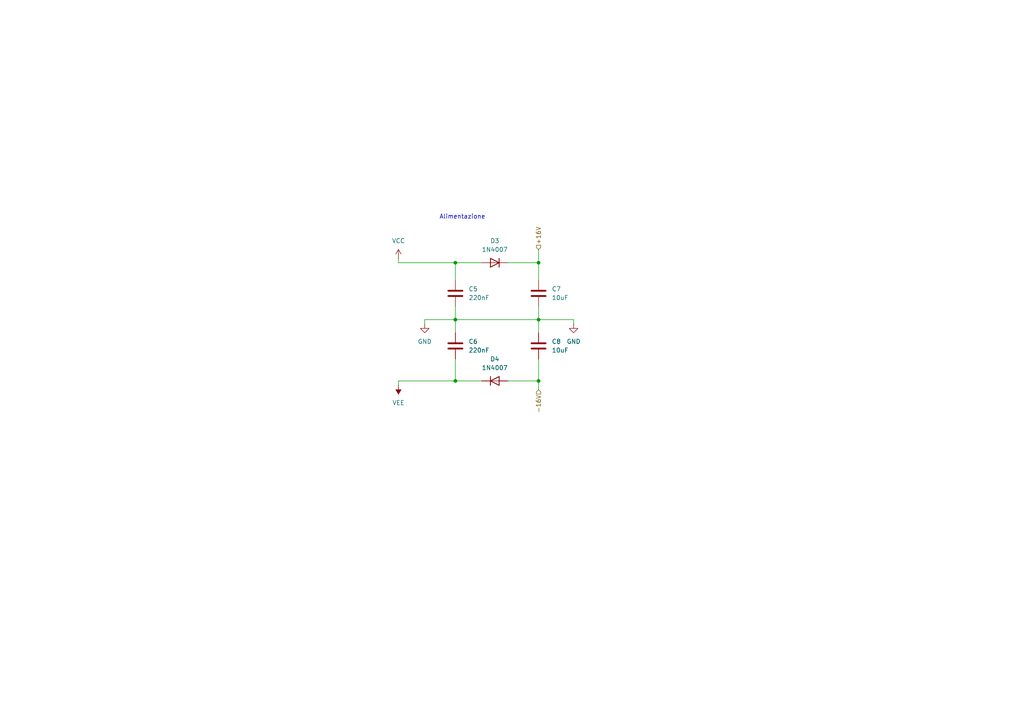
<source format=kicad_sch>
(kicad_sch (version 20231120) (generator "eeschema") (generator_version "8.0")
  (paper "A4")
  (lib_symbols
    (symbol "Device:C" (pin_numbers hide) (pin_names (offset 0.254))
      (property "Reference" "C" (at 0.635 2.54 0))
      (property "Value" "C" (at 0.635 -2.54 0))
      (symbol "C_0_1"
        (polyline (pts (xy -2.032 -0.762) (xy 2.032 -0.762)) (stroke (width 0.508)))
        (polyline (pts (xy -2.032 0.762) (xy 2.032 0.762)) (stroke (width 0.508)))
      )
      (symbol "C_1_1"
        (pin passive line (at 0 3.81 270) (length 2.794) (name "~") (number "1"))
        (pin passive line (at 0 -3.81 90) (length 2.794) (name "~") (number "2"))
      )
    )
    (symbol "Diode:1N4007" (pin_numbers hide) (pin_names hide)
      (property "Reference" "D" (at 0 2.54 0))
      (property "Value" "1N4007" (at 0 -2.54 0))
      (symbol "1N4007_0_1"
        (polyline (pts (xy -1.27 1.27) (xy -1.27 -1.27)) (stroke (width 0.254)))
        (polyline (pts (xy 1.27 0) (xy -1.27 0)))
        (polyline (pts (xy 1.27 1.27) (xy 1.27 -1.27) (xy -1.27 0) (xy 1.27 1.27)) (stroke (width 0.254)))
      )
      (symbol "1N4007_1_1"
        (pin passive line (at -3.81 0 0) (length 2.54) (name "K") (number "1"))
        (pin passive line (at 3.81 0 180) (length 2.54) (name "A") (number "2"))
      )
    )
    (symbol "power:GND" (power) (pin_numbers hide) (pin_names (offset 0) hide)
      (property "Value" "GND" (at 0 -3.81 0))
      (symbol "GND_0_1"
        (polyline (pts (xy 0 0) (xy 0 -1.27) (xy 1.27 -1.27) (xy 0 -2.54) (xy -1.27 -1.27) (xy 0 -1.27)))
      )
      (symbol "GND_1_1"
        (pin power_in line (at 0 0 270) (length 0) (name "~") (number "1"))
      )
    )
    (symbol "power:VCC" (power) (pin_numbers hide) (pin_names (offset 0) hide)
      (property "Value" "VCC" (at 0 3.556 0))
      (symbol "VCC_0_1"
        (polyline (pts (xy -0.762 1.27) (xy 0 2.54)))
        (polyline (pts (xy 0 0) (xy 0 2.54)))
        (polyline (pts (xy 0 2.54) (xy 0.762 1.27)))
      )
      (symbol "VCC_1_1"
        (pin power_in line (at 0 0 90) (length 0) (name "~") (number "1"))
      )
    )
    (symbol "power:VEE" (power) (pin_numbers hide) (pin_names (offset 0) hide)
      (property "Value" "VEE" (at 0 3.556 0))
      (symbol "VEE_0_1"
        (polyline (pts (xy 0 0) (xy 0 2.54)))
        (polyline (pts (xy 0.762 1.27) (xy -0.762 1.27) (xy 0 2.54) (xy 0.762 1.27)) (fill (type outline)))
      )
      (symbol "VEE_1_1"
        (pin power_in line (at 0 0 90) (length 0) (name "~") (number "1"))
      )
    )
  )
  (junction (at 156.21 92.71))
  (junction (at 156.21 110.49))
  (junction (at 132.08 110.49))
  (junction (at 132.08 92.71))
  (junction (at 132.08 76.2))
  (junction (at 156.21 76.2))
  (wire (pts (xy 115.57 74.93) (xy 115.57 76.2)))
  (wire (pts (xy 132.08 88.9) (xy 132.08 92.71)))
  (wire (pts (xy 156.21 72.39) (xy 156.21 76.2)))
  (wire (pts (xy 115.57 110.49) (xy 132.08 110.49)))
  (wire (pts (xy 123.19 93.98) (xy 123.19 92.71)))
  (wire (pts (xy 132.08 92.71) (xy 132.08 96.52)))
  (wire (pts (xy 156.21 104.14) (xy 156.21 110.49)))
  (wire (pts (xy 156.21 110.49) (xy 156.21 113.03)))
  (wire (pts (xy 156.21 110.49) (xy 147.32 110.49)))
  (wire (pts (xy 156.21 81.28) (xy 156.21 76.2)))
  (wire (pts (xy 132.08 104.14) (xy 132.08 110.49)))
  (wire (pts (xy 166.37 93.98) (xy 166.37 92.71)))
  (wire (pts (xy 132.08 110.49) (xy 139.7 110.49)))
  (wire (pts (xy 132.08 81.28) (xy 132.08 76.2)))
  (wire (pts (xy 132.08 76.2) (xy 139.7 76.2)))
  (wire (pts (xy 156.21 92.71) (xy 156.21 96.52)))
  (wire (pts (xy 156.21 88.9) (xy 156.21 92.71)))
  (wire (pts (xy 156.21 92.71) (xy 166.37 92.71)))
  (wire (pts (xy 115.57 76.2) (xy 132.08 76.2)))
  (wire (pts (xy 147.32 76.2) (xy 156.21 76.2)))
  (wire (pts (xy 123.19 92.71) (xy 132.08 92.71)))
  (wire (pts (xy 132.08 92.71) (xy 156.21 92.71)))
  (wire (pts (xy 115.57 111.76) (xy 115.57 110.49)))
  (text "Alimentazione" (at 134.112 62.992 0) (effects (font (size 1.27 1.27))))
  (hierarchical_label "-16V" (shape input) (at 156.21 113.03 270))
  (hierarchical_label "+16V" (shape input) (at 156.21 72.39 90))
  (symbol (lib_id "Device:C") (at 156.21 85.09 0) (unit 1)
    (property "Reference" "C7" (at 160.02 83.8199 0) (effects (justify left)))
    (property "Value" "10uF" (at 160.02 86.3599 0) (effects (justify left)))
    (property "Footprint" "Capacitor_THT:C_Rect_L7.0mm_W2.0mm_P5.00mm" (effects (hide yes)))
    (property "Description" "Unpolarized capacitor" (effects (hide yes)))
  )
  (symbol (lib_id "Device:C") (at 132.08 85.09 0) (unit 1)
    (property "Reference" "C5" (at 135.89 83.8199 0) (effects (justify left)))
    (property "Value" "220nF" (at 135.89 86.3599 0) (effects (justify left)))
    (property "Footprint" "Capacitor_THT:C_Rect_L7.0mm_W2.0mm_P5.00mm" (effects (hide yes)))
    (property "Description" "Unpolarized capacitor" (effects (hide yes)))
  )
  (symbol (lib_id "power:GND") (at 166.37 93.98 0) (unit 1)
    (property "Reference" "#PWR09" (effects (hide yes)))
    (property "Value" "GND" (at 166.37 99.06 0))
    (property "Description" "Power symbol creates a global label with name \"GND\" , ground" (effects (hide yes)))
  )
  (symbol (lib_id "Device:C") (at 132.08 100.33 0) (unit 1)
    (property "Reference" "C6" (at 135.89 99.0599 0) (effects (justify left)))
    (property "Value" "220nF" (at 135.89 101.5999 0) (effects (justify left)))
    (property "Footprint" "Capacitor_THT:C_Rect_L7.0mm_W2.0mm_P5.00mm" (effects (hide yes)))
    (property "Description" "Unpolarized capacitor" (effects (hide yes)))
  )
  (symbol (lib_id "Device:C") (at 156.21 100.33 0) (unit 1)
    (property "Reference" "C8" (at 160.02 99.0599 0) (effects (justify left)))
    (property "Value" "10uF" (at 160.02 101.5999 0) (effects (justify left)))
    (property "Footprint" "Capacitor_THT:C_Rect_L7.0mm_W2.0mm_P5.00mm" (effects (hide yes)))
    (property "Description" "Unpolarized capacitor" (effects (hide yes)))
  )
  (symbol (lib_id "power:VEE") (at 115.57 111.76 180) (unit 1)
    (property "Reference" "#PWR07" (effects (hide yes)))
    (property "Value" "VEE" (at 115.57 116.84 0))
    (property "Description" "Power symbol creates a global label with name \"VEE\"" (effects (hide yes)))
  )
  (symbol (lib_id "power:GND") (at 123.19 93.98 0) (unit 1)
    (property "Reference" "#PWR08" (effects (hide yes)))
    (property "Value" "GND" (at 123.19 99.06 0))
    (property "Description" "Power symbol creates a global label with name \"GND\" , ground" (effects (hide yes)))
  )
  (symbol (lib_id "power:VCC") (at 115.57 74.93 0) (unit 1)
    (property "Reference" "#PWR06" (effects (hide yes)))
    (property "Value" "VCC" (at 115.57 69.85 0))
    (property "Description" "Power symbol creates a global label with name \"VCC\"" (effects (hide yes)))
  )
  (symbol (lib_id "Diode:1N4007") (at 143.51 76.2 180) (unit 1)
    (property "Reference" "D3" (at 143.51 69.85 0))
    (property "Value" "1N4007" (at 143.51 72.39 0))
    (property "Footprint" "Diode_THT:D_DO-41_SOD81_P10.16mm_Horizontal" (effects (hide yes)))
    (property "Datasheet" "http://www.vishay.com/docs/88503/1n4001.pdf" (effects (hide yes)))
    (property "Description" "1000V 1A General Purpose Rectifier Diode, DO-41" (effects (hide yes)))
    (property "Sim.Device" "D" (effects (hide yes)))
    (property "Sim.Pins" "1=K 2=A" (effects (hide yes)))
  )
  (symbol (lib_id "Diode:1N4007") (at 143.51 110.49 0) (unit 1)
    (property "Reference" "D4" (at 143.51 104.14 0))
    (property "Value" "1N4007" (at 143.51 106.68 0))
    (property "Footprint" "Diode_THT:D_DO-41_SOD81_P10.16mm_Horizontal" (effects (hide yes)))
    (property "Datasheet" "http://www.vishay.com/docs/88503/1n4001.pdf" (effects (hide yes)))
    (property "Description" "1000V 1A General Purpose Rectifier Diode, DO-41" (effects (hide yes)))
    (property "Sim.Device" "D" (effects (hide yes)))
    (property "Sim.Pins" "1=K 2=A" (effects (hide yes)))
  )
)
</source>
